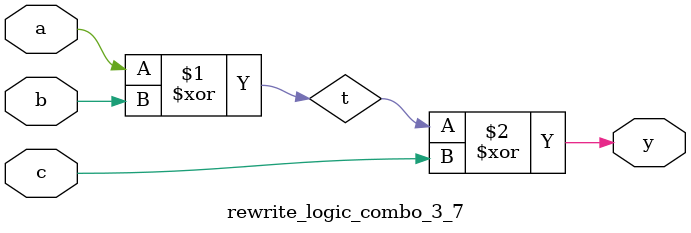
<source format=sv>
module rewrite_logic_combo_3_7(input logic a,b,c, output logic y);
  logic t;
  assign t = a ^ b;
  assign y = t ^ c;
endmodule

</source>
